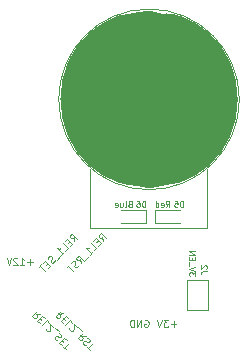
<source format=gbo>
G04 #@! TF.GenerationSoftware,KiCad,Pcbnew,no-vcs-found-e0b9a21~60~ubuntu15.04.1*
G04 #@! TF.CreationDate,2017-10-17T01:04:49+03:00*
G04 #@! TF.ProjectId,livolo_1_channel_1way_eu_switch,6C69766F6C6F5F315F6368616E6E656C,rev?*
G04 #@! TF.SameCoordinates,Original*
G04 #@! TF.FileFunction,Legend,Bot*
G04 #@! TF.FilePolarity,Positive*
%FSLAX46Y46*%
G04 Gerber Fmt 4.6, Leading zero omitted, Abs format (unit mm)*
G04 Created by KiCad (PCBNEW no-vcs-found-e0b9a21~60~ubuntu15.04.1) date Tue Oct 17 01:04:49 2017*
%MOMM*%
%LPD*%
G01*
G04 APERTURE LIST*
%ADD10C,0.120000*%
%ADD11C,0.100000*%
%ADD12C,7.500000*%
%ADD13O,1.200000X1.600000*%
%ADD14C,1.500000*%
%ADD15R,0.600000X0.800000*%
%ADD16R,1.270000X0.970000*%
G04 APERTURE END LIST*
D10*
X144771428Y-111142857D02*
X144314285Y-111142857D01*
X144542857Y-111371428D02*
X144542857Y-110914285D01*
X144085714Y-110771428D02*
X143714285Y-110771428D01*
X143914285Y-111000000D01*
X143828571Y-111000000D01*
X143771428Y-111028571D01*
X143742857Y-111057142D01*
X143714285Y-111114285D01*
X143714285Y-111257142D01*
X143742857Y-111314285D01*
X143771428Y-111342857D01*
X143828571Y-111371428D01*
X144000000Y-111371428D01*
X144057142Y-111342857D01*
X144085714Y-111314285D01*
X143542857Y-110771428D02*
X143342857Y-111371428D01*
X143142857Y-110771428D01*
X136143502Y-104140355D02*
X136082893Y-103796903D01*
X136385939Y-103897918D02*
X135961675Y-103473654D01*
X135800051Y-103635278D01*
X135779847Y-103695887D01*
X135779847Y-103736294D01*
X135800051Y-103796903D01*
X135860660Y-103857512D01*
X135921269Y-103877715D01*
X135961675Y-103877715D01*
X136022284Y-103857512D01*
X136183908Y-103695887D01*
X135739441Y-104099948D02*
X135598020Y-104241370D01*
X135759644Y-104524213D02*
X135961675Y-104322182D01*
X135537411Y-103897918D01*
X135335380Y-104099948D01*
X135375786Y-104908071D02*
X135577817Y-104706040D01*
X135153553Y-104281776D01*
X135012132Y-105271725D02*
X135254568Y-105029289D01*
X135133350Y-105150507D02*
X134709086Y-104726243D01*
X134810101Y-104746446D01*
X134890913Y-104746446D01*
X134951522Y-104726243D01*
X134971725Y-105392944D02*
X134648477Y-105716193D01*
X134507055Y-105736396D02*
X134466649Y-105817208D01*
X134365634Y-105918223D01*
X134305025Y-105938426D01*
X134264619Y-105938426D01*
X134204009Y-105918223D01*
X134163603Y-105877817D01*
X134143400Y-105817208D01*
X134143400Y-105776802D01*
X134163603Y-105716193D01*
X134224213Y-105615177D01*
X134244416Y-105554568D01*
X134244416Y-105514162D01*
X134224213Y-105453553D01*
X134183806Y-105413147D01*
X134123197Y-105392944D01*
X134082791Y-105392944D01*
X134022182Y-105413147D01*
X133921167Y-105514162D01*
X133880761Y-105594974D01*
X133880761Y-105958629D02*
X133739339Y-106100051D01*
X133900964Y-106382893D02*
X134102994Y-106180863D01*
X133678730Y-105756599D01*
X133476700Y-105958629D01*
X133355481Y-106079847D02*
X133113045Y-106322284D01*
X133658527Y-106625330D02*
X133234263Y-106201066D01*
X138563705Y-104120152D02*
X138503096Y-103776700D01*
X138806142Y-103877715D02*
X138381878Y-103453451D01*
X138220254Y-103615075D01*
X138200051Y-103675684D01*
X138200051Y-103716091D01*
X138220254Y-103776700D01*
X138280863Y-103837309D01*
X138341472Y-103857512D01*
X138381878Y-103857512D01*
X138442487Y-103837309D01*
X138604112Y-103675684D01*
X138159644Y-104079745D02*
X138018223Y-104221167D01*
X138179847Y-104504009D02*
X138381878Y-104301979D01*
X137957614Y-103877715D01*
X137755583Y-104079745D01*
X137795990Y-104887867D02*
X137998020Y-104685837D01*
X137573756Y-104261573D01*
X137432335Y-105251522D02*
X137674771Y-105009086D01*
X137553553Y-105130304D02*
X137129289Y-104706040D01*
X137230304Y-104726243D01*
X137311116Y-104726243D01*
X137371725Y-104706040D01*
X137391928Y-105372741D02*
X137068680Y-105695990D01*
X136684822Y-105999035D02*
X136624213Y-105655583D01*
X136927258Y-105756599D02*
X136502994Y-105332335D01*
X136341370Y-105493959D01*
X136321167Y-105554568D01*
X136321167Y-105594974D01*
X136341370Y-105655583D01*
X136401979Y-105716193D01*
X136462588Y-105736396D01*
X136502994Y-105736396D01*
X136563603Y-105716193D01*
X136725228Y-105554568D01*
X136502994Y-106140457D02*
X136462588Y-106221269D01*
X136361573Y-106322284D01*
X136300964Y-106342487D01*
X136260558Y-106342487D01*
X136199948Y-106322284D01*
X136159542Y-106281878D01*
X136139339Y-106221269D01*
X136139339Y-106180863D01*
X136159542Y-106120254D01*
X136220152Y-106019238D01*
X136240355Y-105958629D01*
X136240355Y-105918223D01*
X136220152Y-105857614D01*
X136179745Y-105817208D01*
X136119136Y-105797005D01*
X136078730Y-105797005D01*
X136018121Y-105817208D01*
X135917106Y-105918223D01*
X135876700Y-105999035D01*
X135735278Y-106100051D02*
X135492842Y-106342487D01*
X136038324Y-106645533D02*
X135614060Y-106221269D01*
X135220152Y-110236294D02*
X134876700Y-110296903D01*
X134977715Y-109993857D02*
X134553451Y-110418121D01*
X134715075Y-110579745D01*
X134775684Y-110599948D01*
X134816091Y-110599948D01*
X134876700Y-110579745D01*
X134937309Y-110519136D01*
X134957512Y-110458527D01*
X134957512Y-110418121D01*
X134937309Y-110357512D01*
X134775684Y-110195887D01*
X135179745Y-110640355D02*
X135321167Y-110781776D01*
X135604009Y-110620152D02*
X135401979Y-110418121D01*
X134977715Y-110842385D01*
X135179745Y-111044416D01*
X135987867Y-111004009D02*
X135785837Y-110801979D01*
X135361573Y-111226243D01*
X135725228Y-111509086D02*
X135725228Y-111549492D01*
X135745431Y-111610101D01*
X135846446Y-111711116D01*
X135907055Y-111731319D01*
X135947461Y-111731319D01*
X136008071Y-111711116D01*
X136048477Y-111670710D01*
X136088883Y-111589898D01*
X136088883Y-111105025D01*
X136351522Y-111367664D01*
X136472741Y-111408071D02*
X136795990Y-111731319D01*
X137099035Y-112115177D02*
X136755583Y-112175786D01*
X136856599Y-111872741D02*
X136432335Y-112297005D01*
X136593959Y-112458629D01*
X136654568Y-112478832D01*
X136694974Y-112478832D01*
X136755583Y-112458629D01*
X136816193Y-112398020D01*
X136836396Y-112337411D01*
X136836396Y-112297005D01*
X136816193Y-112236396D01*
X136654568Y-112074771D01*
X137240457Y-112297005D02*
X137321269Y-112337411D01*
X137422284Y-112438426D01*
X137442487Y-112499035D01*
X137442487Y-112539441D01*
X137422284Y-112600051D01*
X137381878Y-112640457D01*
X137321269Y-112660660D01*
X137280863Y-112660660D01*
X137220254Y-112640457D01*
X137119238Y-112579847D01*
X137058629Y-112559644D01*
X137018223Y-112559644D01*
X136957614Y-112579847D01*
X136917208Y-112620254D01*
X136897005Y-112680863D01*
X136897005Y-112721269D01*
X136917208Y-112781878D01*
X137018223Y-112882893D01*
X137099035Y-112923299D01*
X137200051Y-113064721D02*
X137442487Y-113307157D01*
X137745533Y-112761675D02*
X137321269Y-113185939D01*
X133240355Y-110256497D02*
X132896903Y-110317106D01*
X132997918Y-110014060D02*
X132573654Y-110438324D01*
X132735278Y-110599948D01*
X132795887Y-110620152D01*
X132836294Y-110620152D01*
X132896903Y-110599948D01*
X132957512Y-110539339D01*
X132977715Y-110478730D01*
X132977715Y-110438324D01*
X132957512Y-110377715D01*
X132795887Y-110216091D01*
X133199948Y-110660558D02*
X133341370Y-110801979D01*
X133624213Y-110640355D02*
X133422182Y-110438324D01*
X132997918Y-110862588D01*
X133199948Y-111064619D01*
X134008071Y-111024213D02*
X133806040Y-110822182D01*
X133381776Y-111246446D01*
X133745431Y-111529289D02*
X133745431Y-111569695D01*
X133765634Y-111630304D01*
X133866649Y-111731319D01*
X133927258Y-111751522D01*
X133967664Y-111751522D01*
X134028274Y-111731319D01*
X134068680Y-111690913D01*
X134109086Y-111610101D01*
X134109086Y-111125228D01*
X134371725Y-111387867D01*
X134492944Y-111428274D02*
X134816193Y-111751522D01*
X134836396Y-111892944D02*
X134917208Y-111933350D01*
X135018223Y-112034365D01*
X135038426Y-112094974D01*
X135038426Y-112135380D01*
X135018223Y-112195990D01*
X134977817Y-112236396D01*
X134917208Y-112256599D01*
X134876802Y-112256599D01*
X134816193Y-112236396D01*
X134715177Y-112175786D01*
X134654568Y-112155583D01*
X134614162Y-112155583D01*
X134553553Y-112175786D01*
X134513147Y-112216193D01*
X134492944Y-112276802D01*
X134492944Y-112317208D01*
X134513147Y-112377817D01*
X134614162Y-112478832D01*
X134694974Y-112519238D01*
X135058629Y-112519238D02*
X135200051Y-112660660D01*
X135482893Y-112499035D02*
X135280863Y-112297005D01*
X134856599Y-112721269D01*
X135058629Y-112923299D01*
X135179847Y-113044518D02*
X135422284Y-113286954D01*
X135725330Y-112741472D02*
X135301066Y-113165736D01*
X142107142Y-110800000D02*
X142164285Y-110771428D01*
X142250000Y-110771428D01*
X142335714Y-110800000D01*
X142392857Y-110857142D01*
X142421428Y-110914285D01*
X142450000Y-111028571D01*
X142450000Y-111114285D01*
X142421428Y-111228571D01*
X142392857Y-111285714D01*
X142335714Y-111342857D01*
X142250000Y-111371428D01*
X142192857Y-111371428D01*
X142107142Y-111342857D01*
X142078571Y-111314285D01*
X142078571Y-111114285D01*
X142192857Y-111114285D01*
X141821428Y-111371428D02*
X141821428Y-110771428D01*
X141478571Y-111371428D01*
X141478571Y-110771428D01*
X141192857Y-111371428D02*
X141192857Y-110771428D01*
X141050000Y-110771428D01*
X140964285Y-110800000D01*
X140907142Y-110857142D01*
X140878571Y-110914285D01*
X140850000Y-111028571D01*
X140850000Y-111114285D01*
X140878571Y-111228571D01*
X140907142Y-111285714D01*
X140964285Y-111342857D01*
X141050000Y-111371428D01*
X141192857Y-111371428D01*
X132607142Y-105892857D02*
X132150000Y-105892857D01*
X132378571Y-106121428D02*
X132378571Y-105664285D01*
X131550000Y-106121428D02*
X131892857Y-106121428D01*
X131721428Y-106121428D02*
X131721428Y-105521428D01*
X131778571Y-105607142D01*
X131835714Y-105664285D01*
X131892857Y-105692857D01*
X131321428Y-105578571D02*
X131292857Y-105550000D01*
X131235714Y-105521428D01*
X131092857Y-105521428D01*
X131035714Y-105550000D01*
X131007142Y-105578571D01*
X130978571Y-105635714D01*
X130978571Y-105692857D01*
X131007142Y-105778571D01*
X131350000Y-106121428D01*
X130978571Y-106121428D01*
X130807142Y-105521428D02*
X130607142Y-106121428D01*
X130407142Y-105521428D01*
D11*
X150117148Y-92109512D02*
G75*
G03X150117148Y-92109512I-7647872J0D01*
G01*
X137495200Y-103030002D02*
X137495200Y-97974511D01*
X147395160Y-103030002D02*
X147395160Y-97974511D01*
X137499994Y-103032020D02*
X147390000Y-103032020D01*
D10*
X142950000Y-102600000D02*
X142950000Y-101500000D01*
X142950000Y-101500000D02*
X145050000Y-101500000D01*
X142950000Y-102600000D02*
X145050000Y-102600000D01*
X142200000Y-101500000D02*
X140100000Y-101500000D01*
X142200000Y-102600000D02*
X140100000Y-102600000D01*
X142200000Y-101500000D02*
X142200000Y-102600000D01*
D12*
X146212018Y-92094052D02*
G75*
G03X146212018Y-92094052I-3740382J0D01*
G01*
D10*
X145710000Y-109970000D02*
X147490000Y-109970000D01*
X147490000Y-107430000D02*
X145710000Y-107430000D01*
X147490000Y-107430000D02*
X147490000Y-109970000D01*
X145710000Y-109970000D02*
X145710000Y-107430000D01*
D11*
X145369047Y-101226190D02*
X145369047Y-100726190D01*
X145250000Y-100726190D01*
X145178571Y-100750000D01*
X145130952Y-100797619D01*
X145107142Y-100845238D01*
X145083333Y-100940476D01*
X145083333Y-101011904D01*
X145107142Y-101107142D01*
X145130952Y-101154761D01*
X145178571Y-101202380D01*
X145250000Y-101226190D01*
X145369047Y-101226190D01*
X144630952Y-100726190D02*
X144869047Y-100726190D01*
X144892857Y-100964285D01*
X144869047Y-100940476D01*
X144821428Y-100916666D01*
X144702380Y-100916666D01*
X144654761Y-100940476D01*
X144630952Y-100964285D01*
X144607142Y-101011904D01*
X144607142Y-101130952D01*
X144630952Y-101178571D01*
X144654761Y-101202380D01*
X144702380Y-101226190D01*
X144821428Y-101226190D01*
X144869047Y-101202380D01*
X144892857Y-101178571D01*
X143885714Y-101226190D02*
X144052380Y-100988095D01*
X144171428Y-101226190D02*
X144171428Y-100726190D01*
X143980952Y-100726190D01*
X143933333Y-100750000D01*
X143909523Y-100773809D01*
X143885714Y-100821428D01*
X143885714Y-100892857D01*
X143909523Y-100940476D01*
X143933333Y-100964285D01*
X143980952Y-100988095D01*
X144171428Y-100988095D01*
X143480952Y-101202380D02*
X143528571Y-101226190D01*
X143623809Y-101226190D01*
X143671428Y-101202380D01*
X143695238Y-101154761D01*
X143695238Y-100964285D01*
X143671428Y-100916666D01*
X143623809Y-100892857D01*
X143528571Y-100892857D01*
X143480952Y-100916666D01*
X143457142Y-100964285D01*
X143457142Y-101011904D01*
X143695238Y-101059523D01*
X143028571Y-101226190D02*
X143028571Y-100726190D01*
X143028571Y-101202380D02*
X143076190Y-101226190D01*
X143171428Y-101226190D01*
X143219047Y-101202380D01*
X143242857Y-101178571D01*
X143266666Y-101130952D01*
X143266666Y-100988095D01*
X143242857Y-100940476D01*
X143219047Y-100916666D01*
X143171428Y-100892857D01*
X143076190Y-100892857D01*
X143028571Y-100916666D01*
X142169047Y-101226190D02*
X142169047Y-100726190D01*
X142050000Y-100726190D01*
X141978571Y-100750000D01*
X141930952Y-100797619D01*
X141907142Y-100845238D01*
X141883333Y-100940476D01*
X141883333Y-101011904D01*
X141907142Y-101107142D01*
X141930952Y-101154761D01*
X141978571Y-101202380D01*
X142050000Y-101226190D01*
X142169047Y-101226190D01*
X141454761Y-100726190D02*
X141550000Y-100726190D01*
X141597619Y-100750000D01*
X141621428Y-100773809D01*
X141669047Y-100845238D01*
X141692857Y-100940476D01*
X141692857Y-101130952D01*
X141669047Y-101178571D01*
X141645238Y-101202380D01*
X141597619Y-101226190D01*
X141502380Y-101226190D01*
X141454761Y-101202380D01*
X141430952Y-101178571D01*
X141407142Y-101130952D01*
X141407142Y-101011904D01*
X141430952Y-100964285D01*
X141454761Y-100940476D01*
X141502380Y-100916666D01*
X141597619Y-100916666D01*
X141645238Y-100940476D01*
X141669047Y-100964285D01*
X141692857Y-101011904D01*
X140835714Y-100964285D02*
X140764285Y-100988095D01*
X140740476Y-101011904D01*
X140716666Y-101059523D01*
X140716666Y-101130952D01*
X140740476Y-101178571D01*
X140764285Y-101202380D01*
X140811904Y-101226190D01*
X141002380Y-101226190D01*
X141002380Y-100726190D01*
X140835714Y-100726190D01*
X140788095Y-100750000D01*
X140764285Y-100773809D01*
X140740476Y-100821428D01*
X140740476Y-100869047D01*
X140764285Y-100916666D01*
X140788095Y-100940476D01*
X140835714Y-100964285D01*
X141002380Y-100964285D01*
X140430952Y-101226190D02*
X140478571Y-101202380D01*
X140502380Y-101154761D01*
X140502380Y-100726190D01*
X140026190Y-100892857D02*
X140026190Y-101226190D01*
X140240476Y-100892857D02*
X140240476Y-101154761D01*
X140216666Y-101202380D01*
X140169047Y-101226190D01*
X140097619Y-101226190D01*
X140050000Y-101202380D01*
X140026190Y-101178571D01*
X139597619Y-101202380D02*
X139645238Y-101226190D01*
X139740476Y-101226190D01*
X139788095Y-101202380D01*
X139811904Y-101154761D01*
X139811904Y-100964285D01*
X139788095Y-100916666D01*
X139740476Y-100892857D01*
X139645238Y-100892857D01*
X139597619Y-100916666D01*
X139573809Y-100964285D01*
X139573809Y-101011904D01*
X139811904Y-101059523D01*
X147373809Y-106666666D02*
X147016666Y-106666666D01*
X146945238Y-106690476D01*
X146897619Y-106738095D01*
X146873809Y-106809523D01*
X146873809Y-106857142D01*
X147326190Y-106452380D02*
X147350000Y-106428571D01*
X147373809Y-106380952D01*
X147373809Y-106261904D01*
X147350000Y-106214285D01*
X147326190Y-106190476D01*
X147278571Y-106166666D01*
X147230952Y-106166666D01*
X147159523Y-106190476D01*
X146873809Y-106476190D01*
X146873809Y-106166666D01*
X146373809Y-107059523D02*
X146373809Y-106750000D01*
X146183333Y-106916666D01*
X146183333Y-106845238D01*
X146159523Y-106797619D01*
X146135714Y-106773809D01*
X146088095Y-106750000D01*
X145969047Y-106750000D01*
X145921428Y-106773809D01*
X145897619Y-106797619D01*
X145873809Y-106845238D01*
X145873809Y-106988095D01*
X145897619Y-107035714D01*
X145921428Y-107059523D01*
X146373809Y-106607142D02*
X145873809Y-106440476D01*
X146373809Y-106273809D01*
X145826190Y-106226190D02*
X145826190Y-105845238D01*
X146135714Y-105726190D02*
X146135714Y-105559523D01*
X145873809Y-105488095D02*
X145873809Y-105726190D01*
X146373809Y-105726190D01*
X146373809Y-105488095D01*
X145873809Y-105273809D02*
X146373809Y-105273809D01*
X145873809Y-104988095D01*
X146373809Y-104988095D01*
%LPC*%
D13*
X143650000Y-107550000D03*
X143650000Y-109550000D03*
X141650000Y-107550000D03*
X141650000Y-109550000D03*
X139650000Y-107550000D03*
X139650000Y-109550000D03*
X137650000Y-107550000D03*
X137650000Y-109550000D03*
X135650000Y-107550000D03*
X135650000Y-109550000D03*
X133650000Y-107550000D03*
X133650000Y-109550000D03*
X131650000Y-107550000D03*
X131650000Y-109550000D03*
D14*
X146600000Y-100800000D03*
X138400000Y-100800000D03*
D15*
X143400000Y-102050000D03*
X145100000Y-102050000D03*
X140050000Y-102050000D03*
X141750000Y-102050000D03*
D16*
X146600000Y-108060000D03*
X146600000Y-109340000D03*
M02*

</source>
